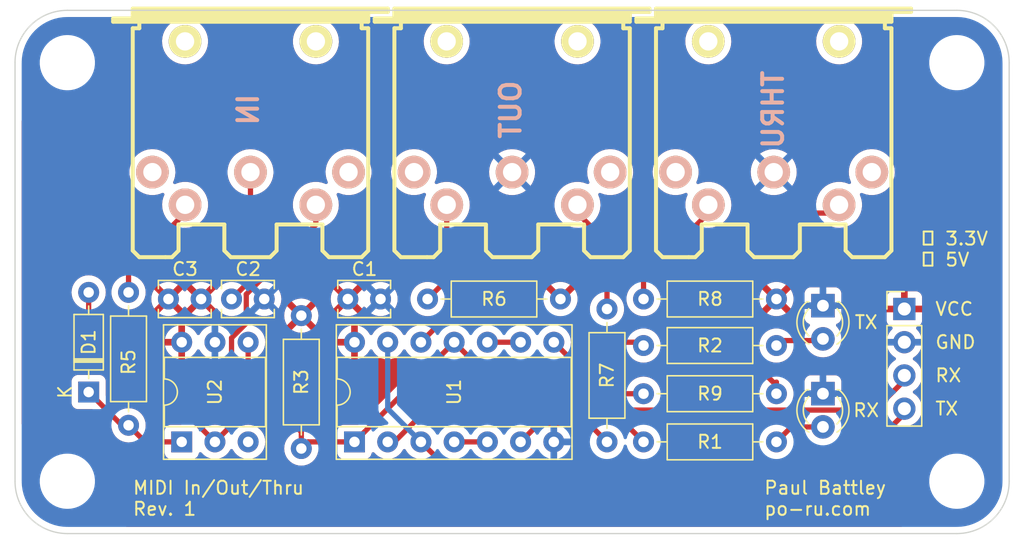
<source format=kicad_pcb>
(kicad_pcb (version 20211014) (generator pcbnew)
  (layers (0 "F.Cu" signal "Front") (1 "In1.Cu" signal) (2 "In2.Cu" signal) (31 "B.Cu" signal "Back") (34 "B.Paste" user) (35 "F.Paste" user) (36 "B.SilkS" user "B.Silkscreen") (37 "F.SilkS" user "F.Silkscreen") (38 "B.Mask" user) (39 "F.Mask" user) (44 "Edge.Cuts" user))
  (net 0 "")
  (net 1 "+3.3V")
  (net 2 "GND")
  (net 3 "Net-(C2-Pad1)")
  (net 4 "Net-(D1-Pad1)")
  (net 5 "Net-(D1-Pad2)")
  (net 6 "/RX")
  (net 7 "/TX")
  (net 8 "Net-(J2-Pad4)")
  (net 9 "Net-(J4-Pad5)")
  (net 10 "Net-(R1-Pad2)")
  (net 11 "Net-(R2-Pad2)")
  (net 12 "Net-(LED1-Pad2)")
  (net 13 "Net-(J3-Pad4)")
  (net 14 "Net-(LED2-Pad2)")
  (net 15 "Net-(J3-Pad5)")
  (net 16 "Net-(J4-Pad4)")
  (net 17 "Net-(R9-Pad1)")
  (net 18 "Net-(R7-Pad1)")
  (net 19 "Net-(U1-Pad4)")
  (net 20 "Net-(U1-Pad10)")
  (footprint "Resistor_THT:R_Axial_DIN0207_L6.3mm_D2.5mm_P10.16mm_Horizontal" (layer "F.Cu") (at 140.208 55.626 180)
    (fp_text reference "R2" (at 5.08 0) (layer "F.SilkS"))
    (fp_text value "180")
    (fp_line (start 8.35 1.37) (end 8.35 -1.37) (layer "F.SilkS") (width 0.12))
    (fp_line (start 1.04 0) (end 1.81 0) (layer "F.SilkS") (width 0.12))
    (fp_line (start 9.12 0) (end 8.35 0) (layer "F.SilkS") (width 0.12))
    (fp_line (start 8.35 -1.37) (end 1.81 -1.37) (layer "F.SilkS") (width 0.12))
    (fp_line (start 1.81 -1.37) (end 1.81 1.37) (layer "F.SilkS") (width 0.12))
    (fp_line (start 1.81 1.37) (end 8.35 1.37) (layer "F.SilkS") (width 0.12))
    (pad "1" thru_hole circle (at 0 0 180) (size 1.6 1.6) (drill 0.8) (layers *.Cu *.Mask) (net 14 "Net-(LED2-Pad2)"))
    (pad "2" thru_hole oval (at 10.16 0 180) (size 1.6 1.6) (drill 0.8) (layers *.Cu *.Mask) (net 11 "Net-(R2-Pad2)"))
  )
  (footprint "MountingHole:MountingHole_3.2mm_M3" (layer "F.Cu") (at 86 34)
    (fp_text reference "H1" hide)
    (fp_text value "MountingHole")
    (pad "" np_thru_hole circle (at 0 0) (size 3.2 3.2) (drill 3.2) (layers *.Cu *.Mask))
  )
  (footprint "Capacitor_THT:C_Disc_D3.8mm_W2.6mm_P2.50mm" (layer "F.Cu") (at 93.726 52.07)
    (fp_text reference "C3" (at 1.27 -2.286) (layer "F.SilkS"))
    (fp_text value "100n")
    (fp_line (start -0.77 -1.42) (end 3.27 -1.42) (layer "F.SilkS") (width 0.12))
    (fp_line (start -0.77 0.795) (end -0.77 1.42) (layer "F.SilkS") (width 0.12))
    (fp_line (start 3.27 -1.42) (end 3.27 -0.795) (layer "F.SilkS") (width 0.12))
    (fp_line (start -0.77 1.42) (end 3.27 1.42) (layer "F.SilkS") (width 0.12))
    (fp_line (start -0.77 -1.42) (end -0.77 -0.795) (layer "F.SilkS") (width 0.12))
    (fp_line (start 3.27 0.795) (end 3.27 1.42) (layer "F.SilkS") (width 0.12))
    (pad "1" thru_hole circle (at 0 0) (size 1.6 1.6) (drill 0.8) (layers *.Cu *.Mask) (net 1 "+3.3V"))
    (pad "2" thru_hole circle (at 2.5 0) (size 1.6 1.6) (drill 0.8) (layers *.Cu *.Mask) (net 1 "+3.3V"))
  )
  (footprint "Resistor_THT:R_Axial_DIN0207_L6.3mm_D2.5mm_P10.16mm_Horizontal" (layer "F.Cu") (at 103.886 53.34 -90)
    (fp_text reference "R3" (at 5.08 0 90) (layer "F.SilkS"))
    (fp_text value "470")
    (fp_line (start 1.04 0) (end 1.81 0) (layer "F.SilkS") (width 0.12))
    (fp_line (start 1.81 -1.37) (end 1.81 1.37) (layer "F.SilkS") (width 0.12))
    (fp_line (start 9.12 0) (end 8.35 0) (layer "F.SilkS") (width 0.12))
    (fp_line (start 8.35 1.37) (end 8.35 -1.37) (layer "F.SilkS") (width 0.12))
    (fp_line (start 1.81 1.37) (end 8.35 1.37) (layer "F.SilkS") (width 0.12))
    (fp_line (start 8.35 -1.37) (end 1.81 -1.37) (layer "F.SilkS") (width 0.12))
    (pad "1" thru_hole circle (at 0 0 270) (size 1.6 1.6) (drill 0.8) (layers *.Cu *.Mask) (net 1 "+3.3V"))
    (pad "2" thru_hole oval (at 10.16 0 270) (size 1.6 1.6) (drill 0.8) (layers *.Cu *.Mask) (net 6 "/RX"))
  )
  (footprint "LED_THT:LED_D3.0mm" (layer "F.Cu") (at 143.764 52.578 -90)
    (fp_text reference "LED2" hide)
    (fp_text value "TX")
    (fp_line (start -0.29 1.08) (end -0.29 1.236) (layer "F.SilkS") (width 0.12))
    (fp_line (start -0.29 -1.236) (end -0.29 -1.08) (layer "F.SilkS") (width 0.12))
    (fp_arc (start 2.31113 1.079837) (mid 1.270117 1.5) (end 0.229039 1.08) (layer "F.SilkS") (width 0.12))
    (fp_arc (start -0.29 -1.235516) (mid 1.366487 -1.987659) (end 2.942335 -1.078608) (layer "F.SilkS") (width 0.12))
    (fp_arc (start 2.942335 1.078608) (mid 1.366487 1.987659) (end -0.29 1.235516) (layer "F.SilkS") (width 0.12))
    (fp_arc (start 0.229039 -1.08) (mid 1.270117 -1.5) (end 2.31113 -1.079837) (layer "F.SilkS") (width 0.12))
    (pad "1" thru_hole rect (at 0 0 270) (size 1.8 1.8) (drill 0.9) (layers *.Cu *.Mask) (net 2 "GND"))
    (pad "2" thru_hole circle (at 2.54 0 270) (size 1.8 1.8) (drill 0.9) (layers *.Cu *.Mask) (net 14 "Net-(LED2-Pad2)"))
  )
  (footprint "Package_DIP:DIP-6_W7.62mm_Socket" (layer "F.Cu") (at 94.742 62.992 90)
    (fp_text reference "U2" (at 3.81 2.54 90) (layer "F.SilkS"))
    (fp_text value "H11L1")
    (fp_line (start 8.95 -1.39) (end -1.33 -1.39) (layer "F.SilkS") (width 0.12))
    (fp_line (start 1.16 6.41) (end 6.46 6.41) (layer "F.SilkS") (width 0.12))
    (fp_line (start 1.16 -1.33) (end 1.16 6.41) (layer "F.SilkS") (width 0.12))
    (fp_line (start -1.33 6.47) (end 8.95 6.47) (layer "F.SilkS") (width 0.12))
    (fp_line (start 2.81 -1.33) (end 1.16 -1.33) (layer "F.SilkS") (width 0.12))
    (fp_line (start 8.95 6.47) (end 8.95 -1.39) (layer "F.SilkS") (width 0.12))
    (fp_line (start -1.33 -1.39) (end -1.33 6.47) (layer "F.SilkS") (width 0.12))
    (fp_line (start 6.46 6.41) (end 6.46 -1.33) (layer "F.SilkS") (width 0.12))
    (fp_line (start 6.46 -1.33) (end 4.81 -1.33) (layer "F.SilkS") (width 0.12))
    (fp_arc (start 4.81 -1.33) (mid 3.81 -0.33) (end 2.81 -1.33) (layer "F.SilkS") (width 0.12))
    (pad "1" thru_hole rect (at 0 0 90) (size 1.6 1.6) (drill 0.8) (layers *.Cu *.Mask) (net 4 "Net-(D1-Pad1)"))
    (pad "2" thru_hole oval (at 0 2.54 90) (size 1.6 1.6) (drill 0.8) (layers *.Cu *.Mask) (net 5 "Net-(D1-Pad2)"))
    (pad "3" thru_hole oval (at 0 5.08 90) (size 1.6 1.6) (drill 0.8) (layers *.Cu *.Mask))
    (pad "4" thru_hole oval (at 7.62 5.08 90) (size 1.6 1.6) (drill 0.8) (layers *.Cu *.Mask) (net 6 "/RX"))
    (pad "5" thru_hole oval (at 7.62 2.54 90) (size 1.6 1.6) (drill 0.8) (layers *.Cu *.Mask) (net 2 "GND"))
    (pad "6" thru_hole oval (at 7.62 0 90) (size 1.6 1.6) (drill 0.8) (layers *.Cu *.Mask) (net 1 "+3.3V"))
  )
  (footprint "Package_DIP:DIP-14_W7.62mm_Socket" (layer "F.Cu") (at 107.95 62.992 90)
    (fp_text reference "U1" (at 3.81 7.62 90) (layer "F.SilkS"))
    (fp_text value "74HC14")
    (fp_line (start -1.33 -1.39) (end -1.33 16.63) (layer "F.SilkS") (width 0.12))
    (fp_line (start -1.33 16.63) (end 8.95 16.63) (layer "F.SilkS") (width 0.12))
    (fp_line (start 2.81 -1.33) (end 1.16 -1.33) (layer "F.SilkS") (width 0.12))
    (fp_line (start 8.95 16.63) (end 8.95 -1.39) (layer "F.SilkS") (width 0.12))
    (fp_line (start 1.16 16.57) (end 6.46 16.57) (layer "F.SilkS") (width 0.12))
    (fp_line (start 6.46 16.57) (end 6.46 -1.33) (layer "F.SilkS") (width 0.12))
    (fp_line (start 1.16 -1.33) (end 1.16 16.57) (layer "F.SilkS") (width 0.12))
    (fp_line (start 8.95 -1.39) (end -1.33 -1.39) (layer "F.SilkS") (width 0.12))
    (fp_line (start 6.46 -1.33) (end 4.81 -1.33) (layer "F.SilkS") (width 0.12))
    (fp_arc (start 4.81 -1.33) (mid 3.81 -0.33) (end 2.81 -1.33) (layer "F.SilkS") (width 0.12))
    (pad "1" thru_hole rect (at 0 0 90) (size 1.6 1.6) (drill 0.8) (layers *.Cu *.Mask) (net 6 "/RX"))
    (pad "2" thru_hole oval (at 0 2.54 90) (size 1.6 1.6) (drill 0.8) (layers *.Cu *.Mask) (net 10 "Net-(R1-Pad2)"))
    (pad "3" thru_hole oval (at 0 5.08 90) (size 1.6 1.6) (drill 0.8) (layers *.Cu *.Mask) (net 7 "/TX"))
    (pad "4" thru_hole oval (at 0 7.62 90) (size 1.6 1.6) (drill 0.8) (layers *.Cu *.Mask) (net 19 "Net-(U1-Pad4)"))
    (pad "5" thru_hole oval (at 0 10.16 90) (size 1.6 1.6) (drill 0.8) (layers *.Cu *.Mask) (net 19 "Net-(U1-Pad4)"))
    (pad "6" thru_hole oval (at 0 12.7 90) (size 1.6 1.6) (drill 0.8) (layers *.Cu *.Mask) (net 18 "Net-(R7-Pad1)"))
    (pad "7" thru_hole oval (at 0 15.24 90) (size 1.6 1.6) (drill 0.8) (layers *.Cu *.Mask) (net 2 "GND"))
    (pad "8" thru_hole oval (at 7.62 15.24 90) (size 1.6 1.6) (drill 0.8) (layers *.Cu *.Mask) (net 17 "Net-(R9-Pad1)"))
    (pad "9" thru_hole oval (at 7.62 12.7 90) (size 1.6 1.6) (drill 0.8) (layers *.Cu *.Mask) (net 20 "Net-(U1-Pad10)"))
    (pad "10" thru_hole oval (at 7.62 10.16 90) (size 1.6 1.6) (drill 0.8) (layers *.Cu *.Mask) (net 20 "Net-(U1-Pad10)"))
    (pad "11" thru_hole oval (at 7.62 7.62 90) (size 1.6 1.6) (drill 0.8) (layers *.Cu *.Mask) (net 6 "/RX"))
    (pad "12" thru_hole oval (at 7.62 5.08 90) (size 1.6 1.6) (drill 0.8) (layers *.Cu *.Mask) (net 11 "Net-(R2-Pad2)"))
    (pad "13" thru_hole oval (at 7.62 2.54 90) (size 1.6 1.6) (drill 0.8) (layers *.Cu *.Mask) (net 7 "/TX"))
    (pad "14" thru_hole oval (at 7.62 0 90) (size 1.6 1.6) (drill 0.8) (layers *.Cu *.Mask) (net 1 "+3.3V"))
  )
  (footprint "Resistor_THT:R_Axial_DIN0207_L6.3mm_D2.5mm_P10.16mm_Horizontal" (layer "F.Cu") (at 140.208 52.07 180)
    (fp_text reference "R8" (at 5.08 0) (layer "F.SilkS"))
    (fp_text value "33")
    (fp_line (start 9.12 0) (end 8.35 0) (layer "F.SilkS") (width 0.12))
    (fp_line (start 8.35 1.37) (end 8.35 -1.37) (layer "F.SilkS") (width 0.12))
    (fp_line (start 1.81 -1.37) (end 1.81 1.37) (layer "F.SilkS") (width 0.12))
    (fp_line (start 1.81 1.37) (end 8.35 1.37) (layer "F.SilkS") (width 0.12))
    (fp_line (start 1.04 0) (end 1.81 0) (layer "F.SilkS") (width 0.12))
    (fp_line (start 8.35 -1.37) (end 1.81 -1.37) (layer "F.SilkS") (width 0.12))
    (pad "1" thru_hole circle (at 0 0 180) (size 1.6 1.6) (drill 0.8) (layers *.Cu *.Mask) (net 1 "+3.3V"))
    (pad "2" thru_hole oval (at 10.16 0 180) (size 1.6 1.6) (drill 0.8) (layers *.Cu *.Mask) (net 16 "Net-(J4-Pad4)"))
  )
  (footprint "Resistor_THT:R_Axial_DIN0207_L6.3mm_D2.5mm_P10.16mm_Horizontal" (layer "F.Cu") (at 127.254 62.992 90)
    (fp_text reference "R7" (at 5.08 0 90) (layer "F.SilkS"))
    (fp_text value "10")
    (fp_line (start 1.04 0) (end 1.81 0) (layer "F.SilkS") (width 0.12))
    (fp_line (start 1.81 1.37) (end 8.35 1.37) (layer "F.SilkS") (width 0.12))
    (fp_line (start 1.81 -1.37) (end 1.81 1.37) (layer "F.SilkS") (width 0.12))
    (fp_line (start 9.12 0) (end 8.35 0) (layer "F.SilkS") (width 0.12))
    (fp_line (start 8.35 -1.37) (end 1.81 -1.37) (layer "F.SilkS") (width 0.12))
    (fp_line (start 8.35 1.37) (end 8.35 -1.37) (layer "F.SilkS") (width 0.12))
    (pad "1" thru_hole circle (at 0 0 90) (size 1.6 1.6) (drill 0.8) (layers *.Cu *.Mask) (net 18 "Net-(R7-Pad1)"))
    (pad "2" thru_hole oval (at 10.16 0 90) (size 1.6 1.6) (drill 0.8) (layers *.Cu *.Mask) (net 15 "Net-(J3-Pad5)"))
  )
  (footprint "MountingHole:MountingHole_3.2mm_M3" (layer "F.Cu") (at 154 34)
    (fp_text reference "H2" hide)
    (fp_text value "MountingHole")
    (pad "" np_thru_hole circle (at 0 0) (size 3.2 3.2) (drill 3.2) (layers *.Cu *.Mask))
  )
  (footprint "Diode_THT:D_DO-35_SOD27_P7.62mm_Horizontal" (layer "F.Cu") (at 87.63 59.182 90)
    (fp_text reference "D1" (at 3.81 0 90) (layer "F.SilkS"))
    (fp_text value "1N914")
    (fp_text user "K" (at 0 -1.8 90) (layer "F.SilkS"))
    (fp_line (start 1.69 1.12) (end 5.93 1.12) (layer "F.SilkS") (width 0.12))
    (fp_line (start 6.58 0) (end 5.93 0) (layer "F.SilkS") (width 0.12))
    (fp_line (start 5.93 1.12) (end 5.93 -1.12) (layer "F.SilkS") (width 0.12))
    (fp_line (start 2.53 -1.12) (end 2.53 1.12) (layer "F.SilkS") (width 0.12))
    (fp_line (start 5.93 -1.12) (end 1.69 -1.12) (layer "F.SilkS") (width 0.12))
    (fp_line (start 2.41 -1.12) (end 2.41 1.12) (layer "F.SilkS") (width 0.12))
    (fp_line (start 1.04 0) (end 1.69 0) (layer "F.SilkS") (width 0.12))
    (fp_line (start 2.29 -1.12) (end 2.29 1.12) (layer "F.SilkS") (width 0.12))
    (fp_line (start 1.69 -1.12) (end 1.69 1.12) (layer "F.SilkS") (width 0.12))
    (pad "1" thru_hole rect (at 0 0 90) (size 1.6 1.6) (drill 0.8) (layers *.Cu *.Mask) (net 4 "Net-(D1-Pad1)"))
    (pad "2" thru_hole oval (at 7.62 0 90) (size 1.6 1.6) (drill 0.8) (layers *.Cu *.Mask) (net 5 "Net-(D1-Pad2)"))
  )
  (footprint "Resistor_THT:R_Axial_DIN0207_L6.3mm_D2.5mm_P10.16mm_Horizontal" (layer "F.Cu") (at 123.698 52.07 180)
    (fp_text reference "R6" (at 5.08 0) (layer "F.SilkS"))
    (fp_text value "33")
    (fp_line (start 8.35 1.37) (end 8.35 -1.37) (layer "F.SilkS") (width 0.12))
    (fp_line (start 8.35 -1.37) (end 1.81 -1.37) (layer "F.SilkS") (width 0.12))
    (fp_line (start 1.04 0) (end 1.81 0) (layer "F.SilkS") (width 0.12))
    (fp_line (start 1.81 1.37) (end 8.35 1.37) (layer "F.SilkS") (width 0.12))
    (fp_line (start 1.81 -1.37) (end 1.81 1.37) (layer "F.SilkS") (width 0.12))
    (fp_line (start 9.12 0) (end 8.35 0) (layer "F.SilkS") (width 0.12))
    (pad "1" thru_hole circle (at 0 0 180) (size 1.6 1.6) (drill 0.8) (layers *.Cu *.Mask) (net 1 "+3.3V"))
    (pad "2" thru_hole oval (at 10.16 0 180) (size 1.6 1.6) (drill 0.8) (layers *.Cu *.Mask) (net 13 "Net-(J3-Pad4)"))
  )
  (footprint "Resistor_THT:R_Axial_DIN0207_L6.3mm_D2.5mm_P10.16mm_Horizontal" (layer "F.Cu") (at 130.048 59.309)
    (fp_text reference "R9" (at 5.08 0) (layer "F.SilkS"))
    (fp_text value "10")
    (fp_line (start 1.81 -1.37) (end 1.81 1.37) (layer "F.SilkS") (width 0.12))
    (fp_line (start 1.81 1.37) (end 8.35 1.37) (layer "F.SilkS") (width 0.12))
    (fp_line (start 1.04 0) (end 1.81 0) (layer "F.SilkS") (width 0.12))
    (fp_line (start 8.35 -1.37) (end 1.81 -1.37) (layer "F.SilkS") (width 0.12))
    (fp_line (start 9.12 0) (end 8.35 0) (layer "F.SilkS") (width 0.12))
    (fp_line (start 8.35 1.37) (end 8.35 -1.37) (layer "F.SilkS") (width 0.12))
    (pad "1" thru_hole circle (at 0 0) (size 1.6 1.6) (drill 0.8) (layers *.Cu *.Mask) (net 17 "Net-(R9-Pad1)"))
    (pad "2" thru_hole oval (at 10.16 0) (size 1.6 1.6) (drill 0.8) (layers *.Cu *.Mask) (net 9 "Net-(J4-Pad5)"))
  )
  (footprint "Capacitor_THT:C_Disc_D3.8mm_W2.6mm_P2.50mm" (layer "F.Cu") (at 107.442 52.07)
    (fp_text reference "C1" (at 1.27 -2.286) (layer "F.SilkS"))
    (fp_text value "100n")
    (fp_line (start -0.77 -1.42) (end -0.77 -0.795) (layer "F.SilkS") (width 0.12))
    (fp_line (start 3.27 -1.42) (end 3.27 -0.795) (layer "F.SilkS") (width 0.12))
    (fp_line (start -0.77 0.795) (end -0.77 1.42) (layer "F.SilkS") (width 0.12))
    (fp_line (start -0.77 1.42) (end 3.27 1.42) (layer "F.SilkS") (width 0.12))
    (fp_line (start -0.77 -1.42) (end 3.27 -1.42) (layer "F.SilkS") (width 0.12))
    (fp_line (start 3.27 0.795) (end 3.27 1.42) (layer "F.SilkS") (width 0.12))
    (pad "1" thru_hole circle (at 0 0) (size 1.6 1.6) (drill 0.8) (layers *.Cu *.Mask) (net 1 "+3.3V"))
    (pad "2" thru_hole circle (at 2.5 0) (size 1.6 1.6) (drill 0.8) (layers *.Cu *.Mask) (net 2 "GND"))
  )
  (footprint "Resistor_THT:R_Axial_DIN0207_L6.3mm_D2.5mm_P10.16mm_Horizontal" (layer "F.Cu") (at 140.208 62.992 180)
    (fp_text reference "R1" (at 5.08 0) (layer "F.SilkS"))
    (fp_text value "180")
    (fp_line (start 8.35 1.37) (end 8.35 -1.37) (layer "F.SilkS") (width 0.12))
    (fp_line (start 9.12 0) (end 8.35 0) (layer "F.SilkS") (width 0.12))
    (fp_line (start 8.35 -1.37) (end 1.81 -1.37) (layer "F.SilkS") (width 0.12))
    (fp_line (start 1.81 -1.37) (end 1.81 1.37) (layer "F.SilkS") (width 0.12))
    (fp_line (start 1.81 1.37) (end 8.35 1.37) (layer "F.SilkS") (width 0.12))
    (fp_line (start 1.04 0) (end 1.81 0) (layer "F.SilkS") (width 0.12))
    (pad "1" thru_hole circle (at 0 0 180) (size 1.6 1.6) (drill 0.8) (layers *.Cu *.Mask) (net 12 "Net-(LED1-Pad2)"))
    (pad "2" thru_hole oval (at 10.16 0 180) (size 1.6 1.6) (drill 0.8) (layers *.Cu *.Mask) (net 10 "Net-(R1-Pad2)"))
  )
  (footprint "Personal:MIDI_DIN5" (layer "F.Cu") (at 140 39.37 180)
    (fp_text reference "J4" hide)
    (fp_text value "THRU" hide)
    (fp_line (start 8.99922 8.7) (end 8.99922 9.4996) (layer "F.SilkS") (width 0.3048))
    (fp_line (start -10.50036 9.4996) (end -10.50036 9.25068) (layer "F.SilkS") (width 0.3048))
    (fp_line (start 6.49986 -9.4996) (end 5.99948 -9.4996) (layer "F.SilkS") (width 0.3048))
    (fp_line (start -8.99922 8.001) (end -8.49884 8.001) (layer "F.SilkS") (width 0.3048))
    (fp_line (start -1.50114 -9.4996) (end 1.50114 -9.4996) (layer "F.SilkS") (width 0.3048))
    (fp_line (start -1.50114 -9.4996) (end -1.99898 -8.99922) (layer "F.SilkS") (width 0.3048))
    (fp_line (start 5.99948 -9.4996) (end 5.4991 -8.99922) (layer "F.SilkS") (width 0.3048))
    (fp_line (start -10.50036 9.25068) (end 8.99922 9.25068) (layer "F.SilkS") (width 0.3048))
    (fp_line (start -8.49884 8.001) (end -8.49884 8.49884) (layer "F.SilkS") (width 0.3048))
    (fp_line (start -8.99922 8.49884) (end 10.50036 8.49884) (layer "F.SilkS") (width 0.3048))
    (fp_line (start 1.50114 -9.4996) (end 1.99898 -8.99922) (layer "F.SilkS") (width 0.3048))
    (fp_line (start -8.49884 -9.4996) (end -5.99948 -9.4996) (layer "F.SilkS") (width 0.3048))
    (fp_line (start 10.50036 8.49884) (end 10.50036 8.7503) (layer "F.SilkS") (width 0.3048))
    (fp_line (start -5.99948 -9.4996) (end -5.4991 -8.99922) (layer "F.SilkS") (width 0.3048))
    (fp_line (start -8.99922 -8.99922) (end -8.99922 8.001) (layer "F.SilkS") (width 0.3048))
    (fp_line (start 8.49884 -9.4996) (end 6.49986 -9.4996) (layer "F.SilkS") (width 0.3048))
    (fp_line (start 8.49884 8.49884) (end 8.49884 8.001) (layer "F.SilkS") (width 0.3048))
    (fp_line (start 8.99922 -8.99922) (end 8.49884 -9.4996) (layer "F.SilkS") (width 0.3048))
    (fp_line (start -1.99898 -8.99922) (end -1.99898 -7.00024) (layer "F.SilkS") (width 0.3048))
    (fp_line (start -5.4991 -8.99922) (end -5.4991 -7.00024) (layer "F.SilkS") (width 0.3048))
    (fp_line (start 5.4991 -8.99922) (end 5.4991 -7.00024) (layer "F.SilkS") (width 0.3048))
    (fp_line (start 1.99898 -8.99922) (end 1.99898 -7.00024) (layer "F.SilkS") (width 0.3048))
    (fp_line (start -8.99922 8.7503) (end 10.50036 8.7503) (layer "F.SilkS") (width 0.3048))
    (fp_line (start -8.99922 9.3) (end -8.99922 8.49884) (layer "F.SilkS") (width 0.3048))
    (fp_line (start -8.99922 -8.99922) (end -8.49884 -9.4996) (layer "F.SilkS") (width 0.3048))
    (fp_line (start -5.4991 -7.00024) (end -1.99898 -7.00024) (layer "F.SilkS") (width 0.3048))
    (fp_line (start 8.99922 9.4996) (end -10.50036 9.4996) (layer "F.SilkS") (width 0.3048))
    (fp_line (start 5.4991 -7.00024) (end 1.99898 -7.00024) (layer "F.SilkS") (width 0.3048))
    (fp_line (start 8.99922 -8.99922) (end 8.99922 8.001) (layer "F.SilkS") (width 0.3048))
    (fp_line (start 8.99922 8.001) (end 8.49884 8.001) (layer "F.SilkS") (width 0.3048))
    (fp_line (start 8.99922 8.99922) (end -8.99922 8.99922) (layer "F.SilkS") (width 0.3048))
    (pad "" np_thru_hole circle (at 5.00126 6.9977 180) (size 2.49936 2.49936) (drill 1.397) (layers *.Cu *.Mask "F.SilkS"))
    (pad "" np_thru_hole circle (at -5.00126 6.9977 180) (size 2.49936 2.49936) (drill 1.397) (layers *.Cu *.Mask "F.SilkS"))
    (pad "1" thru_hole circle (at 7.49808 -2.9972 180) (size 2.49936 2.49936) (drill 1.397) (layers *.Cu *.SilkS *.Mask))
    (pad "2" thru_hole circle (at 0 -2.99974 180) (size 2.49936 2.49936) (drill 1.397) (layers *.Cu *.SilkS *.Mask) (net 2 "GND"))
    (pad "3" thru_hole circle (at -7.49808 -2.9972 180) (size 2.49936 2.49936) (drill 1.397) (layers *.Cu *.SilkS *.Mask))
    (pad "4" thru_hole circle (at 4.99618 -5.4991 180) (size 2.49936 2.49936) (drill 1.397) (layers *.Cu *.SilkS *.Mask) (net 16 "Net-(J4-Pad4)"))
    (pad "5" thru_hole circle (at -4.99618 -5.4991 180) (size 2.49936 2.49936) (drill 1.397) (layers *.Cu *.SilkS *.Mask) (net 9 "Net-(J4-Pad5)"))
  )
  (footprint "Personal:MIDI_DIN5" (layer "F.Cu") (at 120 39.37 180)
    (fp_text reference "J3" hide)
    (fp_text value "OUT" hide)
    (fp_line (start 8.99922 -8.99922) (end 8.49884 -9.4996) (layer "F.SilkS") (width 0.3048))
    (fp_line (start -5.99948 -9.4996) (end -5.4991 -8.99922) (layer "F.SilkS") (width 0.3048))
    (fp_line (start 8.49884 8.49884) (end 8.49884 8.001) (layer "F.SilkS") (width 0.3048))
    (fp_line (start -8.49884 -9.4996) (end -5.99948 -9.4996) (layer "F.SilkS") (width 0.3048))
    (fp_line (start -8.49884 8.001) (end -8.49884 8.49884) (layer "F.SilkS") (width 0.3048))
    (fp_line (start -5.4991 -7.00024) (end -1.99898 -7.00024) (layer "F.SilkS") (width 0.3048))
    (fp_line (start 8.99922 8.001) (end 8.49884 8.001) (layer "F.SilkS") (width 0.3048))
    (fp_line (start 8.49884 -9.4996) (end 6.49986 -9.4996) (layer "F.SilkS") (width 0.3048))
    (fp_line (start 8.99922 -8.99922) (end 8.99922 8.001) (layer "F.SilkS") (width 0.3048))
    (fp_line (start 5.4991 -8.99922) (end 5.4991 -7.00024) (layer "F.SilkS") (width 0.3048))
    (fp_line (start -1.99898 -8.99922) (end -1.99898 -7.00024) (layer "F.SilkS") (width 0.3048))
    (fp_line (start 10.50036 8.49884) (end 10.50036 8.7503) (layer "F.SilkS") (width 0.3048))
    (fp_line (start -10.50036 9.4996) (end -10.50036 9.25068) (layer "F.SilkS") (width 0.3048))
    (fp_line (start -1.50114 -9.4996) (end -1.99898 -8.99922) (layer "F.SilkS") (width 0.3048))
    (fp_line (start -8.99922 8.49884) (end 10.50036 8.49884) (layer "F.SilkS") (width 0.3048))
    (fp_line (start -8.99922 8.7503) (end 10.50036 8.7503) (layer "F.SilkS") (width 0.3048))
    (fp_line (start -8.99922 -8.99922) (end -8.99922 8.001) (layer "F.SilkS") (width 0.3048))
    (fp_line (start -8.99922 9.3) (end -8.99922 8.49884) (layer "F.SilkS") (width 0.3048))
    (fp_line (start 8.99922 8.7) (end 8.99922 9.4996) (layer "F.SilkS") (width 0.3048))
    (fp_line (start -5.4991 -8.99922) (end -5.4991 -7.00024) (layer "F.SilkS") (width 0.3048))
    (fp_line (start 5.4991 -7.00024) (end 1.99898 -7.00024) (layer "F.SilkS") (width 0.3048))
    (fp_line (start 1.99898 -8.99922) (end 1.99898 -7.00024) (layer "F.SilkS") (width 0.3048))
    (fp_line (start 6.49986 -9.4996) (end 5.99948 -9.4996) (layer "F.SilkS") (width 0.3048))
    (fp_line (start -10.50036 9.25068) (end 8.99922 9.25068) (layer "F.SilkS") (width 0.3048))
    (fp_line (start 5.99948 -9.4996) (end 5.4991 -8.99922) (layer "F.SilkS") (width 0.3048))
    (fp_line (start -8.99922 8.001) (end -8.49884 8.001) (layer "F.SilkS") (width 0.3048))
    (fp_line (start 1.50114 -9.4996) (end 1.99898 -8.99922) (layer "F.SilkS") (width 0.3048))
    (fp_line (start 8.99922 9.4996) (end -10.50036 9.4996) (layer "F.SilkS") (width 0.3048))
    (fp_line (start 8.99922 8.99922) (end -8.99922 8.99922) (layer "F.SilkS") (width 0.3048))
    (fp_line (start -1.50114 -9.4996) (end 1.50114 -9.4996) (layer "F.SilkS") (width 0.3048))
    (fp_line (start -8.99922 -8.99922) (end -8.49884 -9.4996) (layer "F.SilkS") (width 0.3048))
    (pad "" np_thru_hole circle (at -5.00126 6.9977 180) (size 2.49936 2.49936) (drill 1.397) (layers *.Cu *.Mask "F.SilkS"))
    (pad "" np_thru_hole circle (at 5.00126 6.9977 180) (size 2.49936 2.49936) (drill 1.397) (layers *.Cu *.Mask "F.SilkS"))
    (pad "1" thru_hole circle (at 7.49808 -2.9972 180) (size 2.49936 2.49936) (drill 1.397) (layers *.Cu *.SilkS *.Mask))
    (pad "2" thru_hole circle (at 0 -2.99974 180) (size 2.49936 2.49936) (drill 1.397) (layers *.Cu *.SilkS *.Mask) (net 2 "GND"))
    (pad "3" thru_hole circle (at -7.49808 -2.9972 180) (size 2.49936 2.49936) (drill 1.397) (layers *.Cu *.SilkS *.Mask))
    (pad "4" thru_hole circle (at 4.99618 -5.4991 180) (size 2.49936 2.49936) (drill 1.397) (layers *.Cu *.SilkS *.Mask) (net 13 "Net-(J3-Pad4)"))
    (pad "5" thru_hole circle (at -4.99618 -5.4991 180) (size 2.49936 2.49936) (drill 1.397) (layers *.Cu *.SilkS *.Mask) (net 15 "Net-(J3-Pad5)"))
  )
  (footprint "MountingHole:MountingHole_3.2mm_M3" (layer "F.Cu") (at 86 66)
    (fp_text reference "H3" hide)
    (fp_text value "MountingHole")
    (pad "" np_thru_hole circle (at 0 0) (size 3.2 3.2) (drill 3.2) (layers *.Cu *.Mask))
  )
  (footprint "Personal:MIDI_DIN5" (layer "F.Cu") (at 100 39.37 180)
    (fp_text reference "J2" hide)
    (fp_text value "IN" hide)
    (fp_line (start 8.99922 8.99922) (end -8.99922 8.99922) (layer "F.SilkS") (width 0.3048))
    (fp_line (start -8.49884 -9.4996) (end -5.99948 -9.4996) (layer "F.SilkS") (width 0.3048))
    (fp_line (start 1.99898 -8.99922) (end 1.99898 -7.00024) (layer "F.SilkS") (width 0.3048))
    (fp_line (start -1.50114 -9.4996) (end 1.50114 -9.4996) (layer "F.SilkS") (width 0.3048))
    (fp_line (start -1.50114 -9.4996) (end -1.99898 -8.99922) (layer "F.SilkS") (width 0.3048))
    (fp_line (start -5.99948 -9.4996) (end -5.4991 -8.99922) (layer "F.SilkS") (width 0.3048))
    (fp_line (start -8.99922 9.3) (end -8.99922 8.49884) (layer "F.SilkS") (width 0.3048))
    (fp_line (start -10.50036 9.4996) (end -10.50036 9.25068) (layer "F.SilkS") (width 0.3048))
    (fp_line (start -8.99922 -8.99922) (end -8.49884 -9.4996) (layer "F.SilkS") (width 0.3048))
    (fp_line (start 8.99922 -8.99922) (end 8.99922 8.001) (layer "F.SilkS") (width 0.3048))
    (fp_line (start -8.99922 8.7503) (end 10.50036 8.7503) (layer "F.SilkS") (width 0.3048))
    (fp_line (start -8.49884 8.001) (end -8.49884 8.49884) (layer "F.SilkS") (width 0.3048))
    (fp_line (start -10.50036 9.25068) (end 8.99922 9.25068) (layer "F.SilkS") (width 0.3048))
    (fp_line (start 8.99922 8.001) (end 8.49884 8.001) (layer "F.SilkS") (width 0.3048))
    (fp_line (start -8.99922 8.49884) (end 10.50036 8.49884) (layer "F.SilkS") (width 0.3048))
    (fp_line (start 5.99948 -9.4996) (end 5.4991 -8.99922) (layer "F.SilkS") (width 0.3048))
    (fp_line (start -8.99922 8.001) (end -8.49884 8.001) (layer "F.SilkS") (width 0.3048))
    (fp_line (start 5.4991 -8.99922) (end 5.4991 -7.00024) (layer "F.SilkS") (width 0.3048))
    (fp_line (start 5.4991 -7.00024) (end 1.99898 -7.00024) (layer "F.SilkS") (width 0.3048))
    (fp_line (start 8.99922 9.4996) (end -10.50036 9.4996) (layer "F.SilkS") (width 0.3048))
    (fp_line (start 8.99922 8.7) (end 8.99922 9.4996) (layer "F.SilkS") (width 0.3048))
    (fp_line (start 1.50114 -9.4996) (end 1.99898 -8.99922) (layer "F.SilkS") (width 0.3048))
    (fp_line (start 10.50036 8.49884) (end 10.50036 8.7503) (layer "F.SilkS") (width 0.3048))
    (fp_line (start -5.4991 -8.99922) (end -5.4991 -7.00024) (layer "F.SilkS") (width 0.3048))
    (fp_line (start -8.99922 -8.99922) (end -8.99922 8.001) (layer "F.SilkS") (width 0.3048))
    (fp_line (start 8.49884 8.49884) (end 8.49884 8.001) (layer "F.SilkS") (width 0.3048))
    (fp_line (start 6.49986 -9.4996) (end 5.99948 -9.4996) (layer "F.SilkS") (width 0.3048))
    (fp_line (start -5.4991 -7.00024) (end -1.99898 -7.00024) (layer "F.SilkS") (width 0.3048))
    (fp_line (start 8.99922 -8.99922) (end 8.49884 -9.4996) (layer "F.SilkS") (width 0.3048))
    (fp_line (start -1.99898 -8.99922) (end -1.99898 -7.00024) (layer "F.SilkS") (width 0.3048))
    (fp_line (start 8.49884 -9.4996) (end 6.49986 -9.4996) (layer "F.SilkS") (width 0.3048))
    (pad "" np_thru_hole circle (at 5.00126 6.9977 180) (size 2.49936 2.49936) (drill 1.397) (layers *.Cu *.Mask "F.SilkS"))
    (pad "" np_thru_hole circle (at -5.00126 6.9977 180) (size 2.49936 2.49936) (drill 1.397) (layers *.Cu *.Mask "F.SilkS"))
    (pad "1" thru_hole circle (at 7.49808 -2.9972 180) (size 2.49936 2.49936) (drill 1.397) (layers *.Cu *.SilkS *.Mask))
    (pad "2" thru_hole circle (at 0 -2.99974 180) (size 2.49936 2.49936) (drill 1.397) (layers *.Cu *.SilkS *.Mask) (net 3 "Net-(C2-Pad1)"))
    (pad "3" thru_hole circle (at -7.49808 -2.9972 180) (size 2.49936 2.49936) (drill 1.397) (layers *.Cu *.SilkS *.Mask))
    (pad "4" thru_hole circle (at 4.99618 -5.4991 180) (size 2.49936 2.49936) (drill 1.397) (layers *.Cu *.SilkS *.Mask) (net 8 "Net-(J2-Pad4)"))
    (pad "5" thru_hole circle (at -4.99618 -5.4991 180) (size 2.49936 2.49936) (drill 1.397) (layers *.Cu *.SilkS *.Mask) (net 5 "Net-(D1-Pad2)"))
  )
  (footprint "Connector_PinHeader_2.54mm:PinHeader_1x04_P2.54mm_Vertical" (layer "F.Cu") (at 149.987 52.832)
    (fp_text reference "J1" hide)
    (fp_text value "uC")
    (fp_line (start -1.33 8.95) (end 1.33 8.95) (layer "F.SilkS") (width 0.12))
    (fp_line (start -1.33 -1.33) (end 0 -1.33) (layer "F.SilkS") (width 0.12))
    (fp_line (start -1.33 0) (end -1.33 -1.33) (layer "F.SilkS") (width 0.12))
    (fp_line (start 1.33 1.27) (end 1.33 8.95) (layer "F.SilkS") (width 0.12))
    (fp_line (start -1.33 1.27) (end -1.33 8.95) (layer "F.SilkS") (width 0.12))
    (fp_line (start -1.33 1.27) (end 1.33 1.27) (layer "F.SilkS") (width 0.12))
    (pad "1" thru_hole rect (at 0 0) (size 1.7 1.7) (drill 1) (layers *.Cu *.Mask) (net 1 "+3.3V"))
    (pad "2" thru_hole oval (at 0 2.54) (size 1.7 1.7) (drill 1) (layers *.Cu *.Mask) (net 2 "GND"))
    (pad "3" thru_hole oval (at 0 5.08) (size 1.7 1.7) (drill 1) (layers *.Cu *.Mask) (net 6 "/RX"))
    (pad "4" thru_hole oval (at 0 7.62) (size 1.7 1.7) (drill 1) (layers *.Cu *.Mask) (net 7 "/TX"))
  )
  (footprint "LED_THT:LED_D3.0mm" (layer "F.Cu") (at 143.764 59.304 -90)
    (fp_text reference "LED1" hide)
    (fp_text value "RX")
    (fp_line (start -0.29 1.08) (end -0.29 1.236) (layer "F.SilkS") (width 0.12))
    (fp_line (start -0.29 -1.236) (end -0.29 -1.08) (layer "F.SilkS") (width 0.12))
    (fp_arc (start -0.29 -1.235516) (mid 1.366487 -1.987659) (end 2.942335 -1.078608) (layer "F.SilkS") (width 0.12))
    (fp_arc (start 0.229039 -1.08) (mid 1.270117 -1.5) (end 2.31113 -1.079837) (layer "F.SilkS") (width 0.12))
    (fp_arc (start 2.942335 1.078608) (mid 1.366487 1.987659) (end -0.29 1.235516) (layer "F.SilkS") (width 0.12))
    (fp_arc (start 2.31113 1.079837) (mid 1.270117 1.5) (end 0.229039 1.08) (layer "F.SilkS") (width 0.12))
    (pad "1" thru_hole rect (at 0 0 270) (size 1.8 1.8) (drill 0.9) (layers *.Cu *.Mask) (net 2 "GND"))
    (pad "2" thru_hole circle (at 2.54 0 270) (size 1.8 1.8) (drill 0.9) (layers *.Cu *.Mask) (net 12 "Net-(LED1-Pad2)"))
  )
  (footprint "Capacitor_THT:C_Disc_D3.8mm_W2.6mm_P2.50mm" (layer "F.Cu") (at 98.552 52.07)
    (fp_text reference "C2" (at 1.27 -2.286) (layer "F.SilkS"))
    (fp_text value "100n")
    (fp_line (start 3.27 -1.42) (end 3.27 -0.795) (layer "F.SilkS") (width 0.12))
    (fp_line (start -0.77 1.42) (end 3.27 1.42) (layer "F.SilkS") (width 0.12))
    (fp_line (start -0.77 -1.42) (end 3.27 -1.42) (layer "F.SilkS") (width 0.12))
    (fp_line (start -0.77 0.795) (end -0.77 1.42) (layer "F.SilkS") (width 0.12))
    (fp_line (start 3.27 0.795) (end 3.27 1.42) (layer "F.SilkS") (width 0.12))
    (fp_line (start -0.77 -1.42) (end -0.77 -0.795) (layer "F.SilkS") (width 0.12))
    (pad "1" thru_hole circle (at 0 0) (size 1.6 1.6) (drill 0.8) (layers *.Cu *.Mask) (net 3 "Net-(C2-Pad1)"))
    (pad "2" thru_hole circle (at 2.5 0) (size 1.6 1.6) (drill 0.8) (layers *.Cu *.Mask) (net 2 "GND"))
  )
  (footprint "MountingHole:MountingHole_3.2mm_M3" (layer "F.Cu") (at 154 66)
    (fp_text reference "H4" hide)
    (fp_text value "MountingHole")
    (pad "" np_thru_hole circle (at 0 0) (size 3.2 3.2) (drill 3.2) (layers *.Cu *.Mask))
  )
  (footprint "Resistor_THT:R_Axial_DIN0207_L6.3mm_D2.5mm_P10.16mm_Horizontal" (layer "F.Cu") (at 90.678 61.722 90)
    (fp_text reference "R5" (at 4.826 0 90) (layer "F.SilkS"))
    (fp_text value "220")
    (fp_line (start 8.35 -1.37) (end 1.81 -1.37) (layer "F.SilkS") (width 0.12))
    (fp_line (start 1.04 0) (end 1.81 0) (layer "F.SilkS") (width 0.12))
    (fp_line (start 8.35 1.37) (end 8.35 -1.37) (layer "F.SilkS") (width 0.12))
    (fp_line (start 1.81 -1.37) (end 1.81 1.37) (layer "F.SilkS") (width 0.12))
    (fp_line (start 1.81 1.37) (end 8.35 1.37) (layer "F.SilkS") (width 0.12))
    (fp_line (start 9.12 0) (end 8.35 0) (layer "F.SilkS") (width 0.12))
    (pad "1" thru_hole circle (at 0 0 90) (size 1.6 1.6) (drill 0.8) (layers *.Cu *.Mask) (net 4 "Net-(D1-Pad1)"))
    (pad "2" thru_hole oval (at 10.16 0 90) (size 1.6 1.6) (drill 0.8) (layers *.Cu *.Mask) (net 8 "Net-(J2-Pad4)"))
  )
  (gr_line (start 82 66) (end 82 34) (layer "Edge.Cuts") (width 0.1))
  (gr_line (start 86 30) (end 154 30) (layer "Edge.Cuts") (width 0.1))
  (gr_line (start 154 70) (end 86 70) (layer "Edge.Cuts") (width 0.1))
  (gr_arc (start 158 66) (mid 156.828427 68.828427) (end 154 70) (layer "Edge.Cuts") (width 0.1))
  (gr_arc (start 86 70) (mid 83.171573 68.828427) (end 82 66) (layer "Edge.Cuts") (width 0.1))
  (gr_arc (start 82 34) (mid 83.171573 31.171573) (end 86 30) (layer "Edge.Cuts") (width 0.1))
  (gr_arc (start 154 30) (mid 156.828427 31.171573) (end 158 34) (layer "Edge.Cuts") (width 0.1))
  (gr_line (start 158 34) (end 158 66) (layer "Edge.Cuts") (width 0.1))
  (gr_text "IN" (at 99.822 37.592 90) (layer "B.SilkS") (effects (font (size 1.524 1.524) (thickness 0.3048)) (justify mirror)))
  (gr_text "THRU" (at 139.954 37.592 90) (layer "B.SilkS") (effects (font (size 1.524 1.524) (thickness 0.3048)) (justify mirror)))
  (gr_text "OUT" (at 119.888 37.592 90) (layer "B.SilkS") (effects (font (size 1.524 1.524) (thickness 0.3048)) (justify mirror)))
  (gr_text "☐ 3.3V\n☐ 5V" (at 151.13 48.26) (layer "F.SilkS") (effects (font (size 1 1)) (justify left)))
  (gr_text "VCC" (at 152.273 52.832) (layer "F.SilkS") (effects (font (size 1 1)) (justify left)))
  (gr_text "RX" (at 152.273 57.912) (layer "F.SilkS") (effects (font (size 1 1)) (justify left)))
  (gr_text "MIDI In/Out/Thru\nRev. 1" (at 90.932 67.31) (layer "F.SilkS") (effects (font (size 1 1)) (justify left)))
  (gr_text "TX" (at 152.273 60.452) (layer "F.SilkS") (effects (font (size 1 1)) (justify left)))
  (gr_text "TX" (at 147.066 53.848) (layer "F.SilkS") (effects (font (size 1 1))))
  (gr_text "RX" (at 147.066 60.579) (layer "F.SilkS") (effects (font (size 1 1))))
  (gr_text "GND" (at 152.273 55.372) (layer "F.SilkS") (effects (font (size 1 1)) (justify left)))
  (gr_text "Paul Battley\npo-ru.com" (at 139.192 67.31) (layer "F.SilkS") (effects (font (size 1 1)) (justify left)))
  (segment (start 100 50.622) (end 98.552 52.07) (width 0.4) (layer "F.Cu") (net 3))
  (segment (start 100 42.36974) (end 100 50.622) (width 0.4) (layer "F.Cu") (net 3))
  (segment (start 90.678 61.722) (end 91.948 62.992) (width 0.4) (layer "F.Cu") (net 4))
  (segment (start 90.17 61.722) (end 90.678 61.722) (width 0.4) (layer "F.Cu") (net 4))
  (segment (start 91.948 62.992) (end 94.742 62.992) (width 0.4) (layer "F.Cu") (net 4))
  (segment (start 87.63 59.182) (end 90.17 61.722) (width 0.4) (layer "F.Cu") (net 4))
  (segment (start 97.282 62.992) (end 87.63 53.34) (width 0.4) (layer "F.Cu") (net 5))
  (segment (start 97.282 62.992) (end 98.552 61.722) (width 0.4) (layer "F.Cu") (net 5))
  (segment (start 87.63 53.34) (end 87.63 51.562) (width 0.4) (layer "F.Cu") (net 5))
  (segment (start 98.552 61.722) (end 98.552 55.048181) (width 0.4) (layer "F.Cu") (net 5))
  (segment (start 99.679 53.921181) (end 99.679 51.705) (width 0.4) (layer "F.Cu") (net 5))
  (segment (start 104.99618 46.38782) (end 104.99618 44.8691) (width 0.4) (layer "F.Cu") (net 5))
  (segment (start 99.679 51.705) (end 104.99618 46.38782) (width 0.4) (layer "F.Cu") (net 5))
  (segment (start 98.552 55.048181) (end 99.679 53.921181) (width 0.4) (layer "F.Cu") (net 5))
  (segment (start 99.822 55.372) (end 99.822 58.166) (width 0.4) (layer "F.Cu") (net 6))
  (segment (start 147.72 60.56) (end 149.987 58.293) (width 0.4) (layer "F.Cu") (net 6))
  (segment (start 104.394 62.992) (end 103.886 63.5) (width 0.4) (layer "F.Cu") (net 6))
  (segment (start 107.95 62.992) (end 104.394 62.992) (width 0.4) (layer "F.Cu") (net 6))
  (segment (start 120.758 60.56) (end 147.72 60.56) (width 0.4) (layer "F.Cu") (net 6))
  (segment (start 103.886 62.23) (end 103.886 63.5) (width 0.4) (layer "F.Cu") (net 6))
  (segment (start 149.987 58.293) (end 149.987 57.912) (width 0.4) (layer "F.Cu") (net 6))
  (segment (start 115.57 55.372) (end 120.758 60.56) (width 0.4) (layer "F.Cu") (net 6))
  (segment (start 107.95 62.992) (end 115.57 55.372) (width 0.4) (layer "F.Cu") (net 6))
  (segment (start 99.822 58.166) (end 103.886 62.23) (width 0.4) (layer "F.Cu") (net 6))
  (segment (start 114.554 64.516) (end 113.03 62.992) (width 0.4) (layer "F.Cu") (net 7))
  (segment (start 149.987 60.833) (end 146.304 64.516) (width 0.4) (layer "F.Cu") (net 7))
  (segment (start 149.987 60.452) (end 149.987 60.833) (width 0.4) (layer "F.Cu") (net 7))
  (segment (start 146.304 64.516) (end 114.554 64.516) (width 0.4) (layer "F.Cu") (net 7))
  (segment (start 110.49 55.372) (end 110.49 60.452) (width 0.4) (layer "B.Cu") (net 7))
  (segment (start 110.49 60.452) (end 113.03 62.992) (width 0.4) (layer "B.Cu") (net 7))
  (segment (start 90.678 49.82492) (end 95.00382 45.4991) (width 0.4) (layer "F.Cu") (net 8))
  (segment (start 90.678 51.562) (end 90.678 49.82492) (width 0.4) (layer "F.Cu") (net 8))
  (segment (start 95.00382 45.4991) (end 95.00382 44.8691) (width 0.4) (layer "F.Cu") (net 8))
  (segment (start 144.36618 45.4991) (end 141.6989 45.4991) (width 0.4) (layer "F.Cu") (net 9))
  (segment (start 140.208 58.674) (end 140.208 59.309) (width 0.4) (layer "F.Cu") (net 9))
  (segment (start 141.6989 45.4991) (end 137.414 49.784) (width 0.4) (layer "F.Cu") (net 9))
  (segment (start 144.99618 44.8691) (end 144.36618 45.4991) (width 0.4) (layer "F.Cu") (net 9))
  (segment (start 137.414 55.88) (end 140.208 58.674) (width 0.4) (layer "F.Cu") (net 9))
  (segment (start 137.414 49.784) (end 137.414 55.88) (width 0.4) (layer "F.Cu") (net 9))
  (segment (start 140.208 58.42) (end 140.208 59.309) (width 0.4) (layer "F.Cu") (net 9))
  (segment (start 128.143 61.087) (end 130.048 62.992) (width 0.4) (layer "F.Cu") (net 10))
  (segment (start 112.903 61.087) (end 128.143 61.087) (width 0.4) (layer "F.Cu") (net 10))
  (segment (start 110.998 62.992) (end 112.903 61.087) (width 0.4) (layer "F.Cu") (net 10))
  (segment (start 110.49 62.992) (end 110.998 62.992) (width 0.4) (layer "F.Cu") (net 10))
  (segment (start 113.03 55.372) (end 114.808 53.594) (width 0.4) (layer "F.Cu") (net 11))
  (segment (start 125.222 53.594) (end 127 55.372) (width 0.4) (layer "F.Cu") (net 11))
  (segment (start 129.794 55.372) (end 130.048 55.626) (width 0.4) (layer "F.Cu") (net 11))
  (segment (start 114.808 53.594) (end 125.222 53.594) (width 0.4) (layer "F.Cu") (net 11))
  (segment (start 127 55.372) (end 129.794 55.372) (width 0.4) (layer "F.Cu") (net 11))
  (segment (start 141.351 61.849) (end 143.637 61.849) (width 0.4) (layer "F.Cu") (net 12))
  (segment (start 143.637 61.849) (end 143.764 61.722) (width 0.4) (layer "F.Cu") (net 12))
  (segment (start 140.208 62.992) (end 141.351 61.849) (width 0.4) (layer "F.Cu") (net 12))
  (segment (start 115.00382 50.60418) (end 113.538 52.07) (width 0.4) (layer "F.Cu") (net 13))
  (segment (start 115.00382 44.8691) (end 115.00382 50.60418) (width 0.4) (layer "F.Cu") (net 13))
  (segment (start 143.637 55.245) (end 143.764 55.118) (width 0.4) (layer "F.Cu") (net 14))
  (segment (start 140.589 55.245) (end 143.637 55.245) (width 0.4) (layer "F.Cu") (net 14))
  (segment (start 140.208 55.626) (end 140.589 55.245) (width 0.4) (layer "F.Cu") (net 14))
  (segment (start 127.254 47.75692) (end 127.254 52.832) (width 0.4) (layer "F.Cu") (net 15))
  (segment (start 124.99618 44.8691) (end 124.99618 45.4991) (width 0.4) (layer "F.Cu") (net 15))
  (segment (start 124.99618 45.4991) (end 127.254 47.75692) (width 0.4) (layer "F.Cu") (net 15))
  (segment (start 130.048 50.45492) (end 130.048 52.07) (width 0.4) (layer "F.Cu") (net 16))
  (segment (start 135.00382 44.8691) (end 135.00382 45.4991) (width 0.4) (layer "F.Cu") (net 16))
  (segment (start 135.00382 45.4991) (end 130.048 50.45492) (width 0.4) (layer "F.Cu") (net 16))
  (segment (start 127.127 59.309) (end 123.19 55.372) (width 0.4) (layer "F.Cu") (net 17))
  (segment (start 130.048 59.309) (end 127.127 59.309) (width 0.4) (layer "F.Cu") (net 17))
  (segment (start 120.65 62.992) (end 122.028 61.614) (width 0.4) (layer "F.Cu") (net 18))
  (segment (start 122.028 61.614) (end 125.876 61.614) (width 0.4) (layer "F.Cu") (net 18))
  (segment (start 125.876 61.614) (end 127.254 62.992) (width 0.4) (layer "F.Cu") (net 18))
  (segment (start 115.57 62.992) (end 118.11 62.992) (width 0.4) (layer "F.Cu") (net 19))
  (segment (start 118.11 55.372) (end 120.65 55.372) (width 0.4) (layer "F.Cu") (net 20))
  (zone (net 1) (net_name "+3.3V") (layer "F.Cu") (connect_pads (clearance 0.508)) (min_thickness 0.254) (fill yes (thermal_gap 0.508) (thermal_bridge_width 0.508))
    (polygon (pts (xy 158.75 61.722) (xy 152.146 61.722) (xy 149.86 64.262) (xy 149.86 70.866) (xy 90.424 70.866) (xy 90.424 64.262) (xy 87.884 61.722) (xy 82.042 61.722) (xy 81.788 38.354) (xy 87.884 38.354) (xy 90.424 35.814) (xy 90.424 29.21) (xy 149.86 29.21) (xy 149.86 35.814) (xy 152.146 38.354) (xy 158.75 38.354)))
  )
  (zone (net 2) (net_name "GND") (layer "B.Cu") (connect_pads (clearance 0.508)) (min_thickness 0.254) (fill yes (thermal_gap 0.508) (thermal_bridge_width 0.508))
    (polygon (pts (xy 158.496 70.866) (xy 81.534 70.866) (xy 81.534 29.464) (xy 158.496 29.464)))
  )
)
</source>
